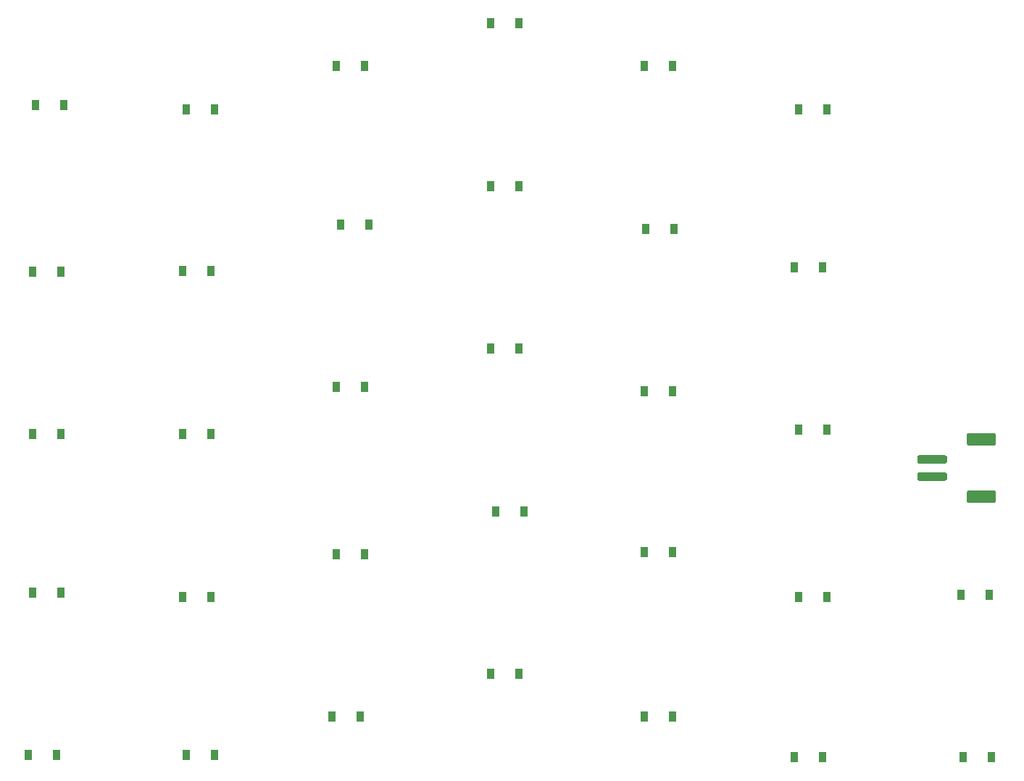
<source format=gbr>
%TF.GenerationSoftware,KiCad,Pcbnew,(5.1.7-0-10_14)*%
%TF.CreationDate,2022-11-13T20:21:01-08:00*%
%TF.ProjectId,swing-atreus-r,7377696e-672d-4617-9472-6575732d722e,rev?*%
%TF.SameCoordinates,Original*%
%TF.FileFunction,Paste,Top*%
%TF.FilePolarity,Positive*%
%FSLAX46Y46*%
G04 Gerber Fmt 4.6, Leading zero omitted, Abs format (unit mm)*
G04 Created by KiCad (PCBNEW (5.1.7-0-10_14)) date 2022-11-13 20:21:01*
%MOMM*%
%LPD*%
G01*
G04 APERTURE LIST*
%ADD10R,0.900000X1.200000*%
G04 APERTURE END LIST*
D10*
%TO.C,D1*%
X50800000Y-35400000D03*
X47500000Y-35400000D03*
%TD*%
%TO.C,D2*%
X50450000Y-54900000D03*
X47150000Y-54900000D03*
%TD*%
%TO.C,D3*%
X50450000Y-73900000D03*
X47150000Y-73900000D03*
%TD*%
%TO.C,D4*%
X47150000Y-92400000D03*
X50450000Y-92400000D03*
%TD*%
%TO.C,D5*%
X46650000Y-111400000D03*
X49950000Y-111400000D03*
%TD*%
%TO.C,D6*%
X68450000Y-35900000D03*
X65150000Y-35900000D03*
%TD*%
%TO.C,D7*%
X67950000Y-54800000D03*
X64650000Y-54800000D03*
%TD*%
%TO.C,D8*%
X67950000Y-73900000D03*
X64650000Y-73900000D03*
%TD*%
%TO.C,D9*%
X64650000Y-92900000D03*
X67950000Y-92900000D03*
%TD*%
%TO.C,D10*%
X65150000Y-111400000D03*
X68450000Y-111400000D03*
%TD*%
%TO.C,D11*%
X85950000Y-30900000D03*
X82650000Y-30900000D03*
%TD*%
%TO.C,D12*%
X86450000Y-49400000D03*
X83150000Y-49400000D03*
%TD*%
%TO.C,D13*%
X85950000Y-68400000D03*
X82650000Y-68400000D03*
%TD*%
%TO.C,D14*%
X82650000Y-87900000D03*
X85950000Y-87900000D03*
%TD*%
%TO.C,D15*%
X82150000Y-106900000D03*
X85450000Y-106900000D03*
%TD*%
%TO.C,D16*%
X103950000Y-25900000D03*
X100650000Y-25900000D03*
%TD*%
%TO.C,D17*%
X103950000Y-44900000D03*
X100650000Y-44900000D03*
%TD*%
%TO.C,D18*%
X100650000Y-63900000D03*
X103950000Y-63900000D03*
%TD*%
%TO.C,D19*%
X101300000Y-82900000D03*
X104600000Y-82900000D03*
%TD*%
%TO.C,D20*%
X100650000Y-101900000D03*
X103950000Y-101900000D03*
%TD*%
%TO.C,D21*%
X121950000Y-30900000D03*
X118650000Y-30900000D03*
%TD*%
%TO.C,D22*%
X122100000Y-49900000D03*
X118800000Y-49900000D03*
%TD*%
%TO.C,D23*%
X121950000Y-68900000D03*
X118650000Y-68900000D03*
%TD*%
%TO.C,D24*%
X118650000Y-87700000D03*
X121950000Y-87700000D03*
%TD*%
%TO.C,D25*%
X118650000Y-106900000D03*
X121950000Y-106900000D03*
%TD*%
%TO.C,D26*%
X139950000Y-35900000D03*
X136650000Y-35900000D03*
%TD*%
%TO.C,D27*%
X139450000Y-54400000D03*
X136150000Y-54400000D03*
%TD*%
%TO.C,D28*%
X136650000Y-73400000D03*
X139950000Y-73400000D03*
%TD*%
%TO.C,D29*%
X136650000Y-92900000D03*
X139950000Y-92900000D03*
%TD*%
%TO.C,D30*%
X136150000Y-111650000D03*
X139450000Y-111650000D03*
%TD*%
%TO.C,D31*%
X155650000Y-92650000D03*
X158950000Y-92650000D03*
%TD*%
%TO.C,D32*%
X155900000Y-111650000D03*
X159200000Y-111650000D03*
%TD*%
%TO.C,J1*%
G36*
G01*
X159450000Y-75250000D02*
X156550000Y-75250000D01*
G75*
G02*
X156300000Y-75000000I0J250000D01*
G01*
X156300000Y-74000000D01*
G75*
G02*
X156550000Y-73750000I250000J0D01*
G01*
X159450000Y-73750000D01*
G75*
G02*
X159700000Y-74000000I0J-250000D01*
G01*
X159700000Y-75000000D01*
G75*
G02*
X159450000Y-75250000I-250000J0D01*
G01*
G37*
G36*
G01*
X159450000Y-81950000D02*
X156550000Y-81950000D01*
G75*
G02*
X156300000Y-81700000I0J250000D01*
G01*
X156300000Y-80700000D01*
G75*
G02*
X156550000Y-80450000I250000J0D01*
G01*
X159450000Y-80450000D01*
G75*
G02*
X159700000Y-80700000I0J-250000D01*
G01*
X159700000Y-81700000D01*
G75*
G02*
X159450000Y-81950000I-250000J0D01*
G01*
G37*
G36*
G01*
X153750000Y-77350000D02*
X150750000Y-77350000D01*
G75*
G02*
X150500000Y-77100000I0J250000D01*
G01*
X150500000Y-76600000D01*
G75*
G02*
X150750000Y-76350000I250000J0D01*
G01*
X153750000Y-76350000D01*
G75*
G02*
X154000000Y-76600000I0J-250000D01*
G01*
X154000000Y-77100000D01*
G75*
G02*
X153750000Y-77350000I-250000J0D01*
G01*
G37*
G36*
G01*
X153750000Y-79350000D02*
X150750000Y-79350000D01*
G75*
G02*
X150500000Y-79100000I0J250000D01*
G01*
X150500000Y-78600000D01*
G75*
G02*
X150750000Y-78350000I250000J0D01*
G01*
X153750000Y-78350000D01*
G75*
G02*
X154000000Y-78600000I0J-250000D01*
G01*
X154000000Y-79100000D01*
G75*
G02*
X153750000Y-79350000I-250000J0D01*
G01*
G37*
%TD*%
M02*

</source>
